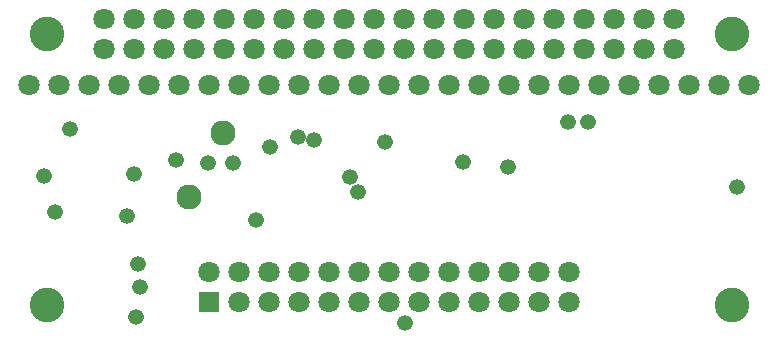
<source format=gbr>
G04 EAGLE Gerber RS-274X export*
G75*
%MOMM*%
%FSLAX34Y34*%
%LPD*%
%INSoldermask Bottom*%
%IPPOS*%
%AMOC8*
5,1,8,0,0,1.08239X$1,22.5*%
G01*
%ADD10C,1.803400*%
%ADD11C,2.927000*%
%ADD12R,1.803400X1.803400*%
%ADD13C,2.127000*%
%ADD14C,1.327000*%


D10*
X83700Y252378D03*
X83700Y277778D03*
X109100Y252378D03*
X109100Y277778D03*
X134500Y252378D03*
X134500Y277778D03*
X159900Y252378D03*
X159900Y277778D03*
X185300Y252378D03*
X185300Y277778D03*
X210700Y252378D03*
X210700Y277778D03*
X236100Y252378D03*
X236100Y277778D03*
X261500Y252378D03*
X261500Y277778D03*
X286900Y252378D03*
X286900Y277778D03*
X312300Y252378D03*
X312300Y277778D03*
X337700Y252378D03*
X337700Y277778D03*
X363100Y252378D03*
X363100Y277778D03*
X388500Y252378D03*
X388500Y277778D03*
X413900Y252378D03*
X413900Y277778D03*
X439300Y252378D03*
X439300Y277778D03*
X464700Y252378D03*
X464700Y277778D03*
X490100Y252378D03*
X490100Y277778D03*
X515500Y252378D03*
X515500Y277778D03*
X540900Y252378D03*
X540900Y277778D03*
X566300Y252378D03*
X566300Y277778D03*
D11*
X35000Y35078D03*
X35000Y265078D03*
X615000Y265078D03*
X615000Y35078D03*
D10*
X20320Y221488D03*
X45720Y221488D03*
X71120Y221488D03*
X96520Y221488D03*
X121920Y221488D03*
X147320Y221488D03*
X172720Y221488D03*
X198120Y221488D03*
X223520Y221488D03*
X248920Y221488D03*
X274320Y221488D03*
X299720Y221488D03*
X325120Y221488D03*
X350520Y221488D03*
X375920Y221488D03*
X401320Y221488D03*
X426720Y221488D03*
X452120Y221488D03*
X477520Y221488D03*
X502920Y221488D03*
X528320Y221488D03*
X553720Y221488D03*
X579120Y221488D03*
X604520Y221488D03*
X629920Y221488D03*
D12*
X172600Y38100D03*
D10*
X172600Y63500D03*
X198000Y38100D03*
X198000Y63500D03*
X223400Y38100D03*
X223400Y63500D03*
X248800Y38100D03*
X248800Y63500D03*
X274200Y38100D03*
X274200Y63500D03*
X299600Y38100D03*
X299600Y63500D03*
X325000Y38100D03*
X325000Y63500D03*
X350400Y38100D03*
X350400Y63500D03*
X375800Y38100D03*
X375800Y63500D03*
X401200Y38100D03*
X401200Y63500D03*
X426600Y38100D03*
X426600Y63500D03*
X452000Y38100D03*
X452000Y63500D03*
X477400Y38100D03*
X477400Y63500D03*
D13*
X155575Y127000D03*
X184150Y180975D03*
D14*
X247650Y177800D03*
X41910Y114300D03*
X261244Y175392D03*
X102870Y110744D03*
X212090Y107188D03*
X425450Y152146D03*
X493776Y189992D03*
X619252Y135128D03*
X144780Y157734D03*
X108803Y146467D03*
X298958Y131318D03*
X387604Y156718D03*
X54610Y184150D03*
X223910Y169418D03*
X113792Y50546D03*
X112268Y70358D03*
X476250Y190500D03*
X33020Y144780D03*
X292359Y143769D03*
X321652Y173648D03*
X110998Y25400D03*
X338335Y20066D03*
X171450Y155575D03*
X192659Y155575D03*
M02*

</source>
